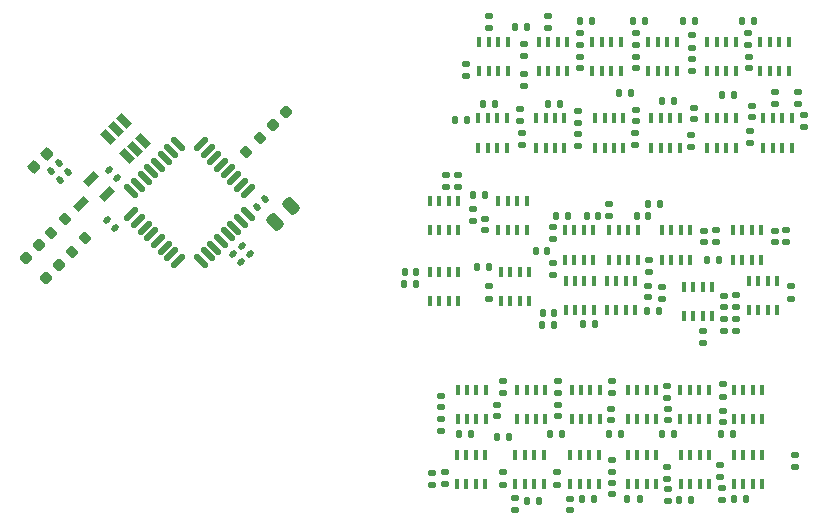
<source format=gbp>
%TF.GenerationSoftware,KiCad,Pcbnew,8.0.5*%
%TF.CreationDate,2024-11-01T13:05:59-07:00*%
%TF.ProjectId,bizcard,62697a63-6172-4642-9e6b-696361645f70,rev?*%
%TF.SameCoordinates,Original*%
%TF.FileFunction,Paste,Bot*%
%TF.FilePolarity,Positive*%
%FSLAX46Y46*%
G04 Gerber Fmt 4.6, Leading zero omitted, Abs format (unit mm)*
G04 Created by KiCad (PCBNEW 8.0.5) date 2024-11-01 13:05:59*
%MOMM*%
%LPD*%
G01*
G04 APERTURE LIST*
G04 Aperture macros list*
%AMRoundRect*
0 Rectangle with rounded corners*
0 $1 Rounding radius*
0 $2 $3 $4 $5 $6 $7 $8 $9 X,Y pos of 4 corners*
0 Add a 4 corners polygon primitive as box body*
4,1,4,$2,$3,$4,$5,$6,$7,$8,$9,$2,$3,0*
0 Add four circle primitives for the rounded corners*
1,1,$1+$1,$2,$3*
1,1,$1+$1,$4,$5*
1,1,$1+$1,$6,$7*
1,1,$1+$1,$8,$9*
0 Add four rect primitives between the rounded corners*
20,1,$1+$1,$2,$3,$4,$5,0*
20,1,$1+$1,$4,$5,$6,$7,0*
20,1,$1+$1,$6,$7,$8,$9,0*
20,1,$1+$1,$8,$9,$2,$3,0*%
%AMRotRect*
0 Rectangle, with rotation*
0 The origin of the aperture is its center*
0 $1 length*
0 $2 width*
0 $3 Rotation angle, in degrees counterclockwise*
0 Add horizontal line*
21,1,$1,$2,0,0,$3*%
G04 Aperture macros list end*
%ADD10RoundRect,0.135000X-0.135000X-0.185000X0.135000X-0.185000X0.135000X0.185000X-0.135000X0.185000X0*%
%ADD11RoundRect,0.140000X-0.170000X0.140000X-0.170000X-0.140000X0.170000X-0.140000X0.170000X0.140000X0*%
%ADD12RoundRect,0.140000X0.170000X-0.140000X0.170000X0.140000X-0.170000X0.140000X-0.170000X-0.140000X0*%
%ADD13RoundRect,0.140000X0.021213X-0.219203X0.219203X-0.021213X-0.021213X0.219203X-0.219203X0.021213X0*%
%ADD14R,0.450000X0.900000*%
%ADD15RoundRect,0.140000X0.140000X0.170000X-0.140000X0.170000X-0.140000X-0.170000X0.140000X-0.170000X0*%
%ADD16RoundRect,0.135000X0.185000X-0.135000X0.185000X0.135000X-0.185000X0.135000X-0.185000X-0.135000X0*%
%ADD17RoundRect,0.135000X-0.185000X0.135000X-0.185000X-0.135000X0.185000X-0.135000X0.185000X0.135000X0*%
%ADD18RoundRect,0.135000X0.135000X0.185000X-0.135000X0.185000X-0.135000X-0.185000X0.135000X-0.185000X0*%
%ADD19RoundRect,0.218750X0.026517X-0.335876X0.335876X-0.026517X-0.026517X0.335876X-0.335876X0.026517X0*%
%ADD20RoundRect,0.250000X0.159099X-0.512652X0.512652X-0.159099X-0.159099X0.512652X-0.512652X0.159099X0*%
%ADD21RoundRect,0.140000X0.219203X0.021213X0.021213X0.219203X-0.219203X-0.021213X-0.021213X-0.219203X0*%
%ADD22RoundRect,0.200000X-0.053033X0.335876X-0.335876X0.053033X0.053033X-0.335876X0.335876X-0.053033X0*%
%ADD23RoundRect,0.125000X0.530330X-0.353553X-0.353553X0.530330X-0.530330X0.353553X0.353553X-0.530330X0*%
%ADD24RoundRect,0.125000X0.530330X0.353553X0.353553X0.530330X-0.530330X-0.353553X-0.353553X-0.530330X0*%
%ADD25RoundRect,0.140000X-0.219203X-0.021213X-0.021213X-0.219203X0.219203X0.021213X0.021213X0.219203X0*%
%ADD26RotRect,0.600000X1.200000X45.000000*%
%ADD27RoundRect,0.218750X-0.026517X0.335876X-0.335876X0.026517X0.026517X-0.335876X0.335876X-0.026517X0*%
%ADD28RotRect,1.300000X0.600000X225.000000*%
%ADD29RoundRect,0.225000X0.017678X-0.335876X0.335876X-0.017678X-0.017678X0.335876X-0.335876X0.017678X0*%
%ADD30RoundRect,0.140000X-0.140000X-0.170000X0.140000X-0.170000X0.140000X0.170000X-0.140000X0.170000X0*%
%ADD31RoundRect,0.200000X0.053033X-0.335876X0.335876X-0.053033X-0.053033X0.335876X-0.335876X0.053033X0*%
G04 APERTURE END LIST*
D10*
%TO.C,R37*%
X112740000Y-82250000D03*
X113760000Y-82250000D03*
%TD*%
D11*
%TO.C,C26*%
X114450000Y-93920000D03*
X114450000Y-94880000D03*
%TD*%
D12*
%TO.C,C12*%
X139950000Y-68400000D03*
X139950000Y-67440000D03*
%TD*%
D13*
%TO.C,C39*%
X77460589Y-74839411D03*
X78139411Y-74160589D03*
%TD*%
D14*
%TO.C,U6*%
X139150000Y-65650000D03*
X138350000Y-65650000D03*
X137550000Y-65650000D03*
X136750000Y-65650000D03*
X136750000Y-63150000D03*
X137550000Y-63150000D03*
X138350000Y-63150000D03*
X139150000Y-63150000D03*
%TD*%
%TO.C,U35*%
X130000000Y-98150000D03*
X130800000Y-98150000D03*
X131600000Y-98150000D03*
X132400000Y-98150000D03*
X132400000Y-100650000D03*
X131600000Y-100650000D03*
X130800000Y-100650000D03*
X130000000Y-100650000D03*
%TD*%
D11*
%TO.C,C2*%
X116700000Y-65920000D03*
X116700000Y-66880000D03*
%TD*%
D12*
%TO.C,C17*%
X131950000Y-80130000D03*
X131950000Y-79170000D03*
%TD*%
D14*
%TO.C,U12*%
X139400000Y-72150000D03*
X138600000Y-72150000D03*
X137800000Y-72150000D03*
X137000000Y-72150000D03*
X137000000Y-69650000D03*
X137800000Y-69650000D03*
X138600000Y-69650000D03*
X139400000Y-69650000D03*
%TD*%
D15*
%TO.C,C16*%
X127230000Y-77900000D03*
X126270000Y-77900000D03*
%TD*%
D16*
%TO.C,R48*%
X134700000Y-87660000D03*
X134700000Y-86640000D03*
%TD*%
D17*
%TO.C,R60*%
X133550000Y-92190000D03*
X133550000Y-93210000D03*
%TD*%
D14*
%TO.C,U21*%
X120250000Y-83400000D03*
X121050000Y-83400000D03*
X121850000Y-83400000D03*
X122650000Y-83400000D03*
X122650000Y-85900000D03*
X121850000Y-85900000D03*
X121050000Y-85900000D03*
X120250000Y-85900000D03*
%TD*%
D18*
%TO.C,R9*%
X131210000Y-61400000D03*
X130190000Y-61400000D03*
%TD*%
D19*
%TO.C,D38*%
X76243153Y-83156847D03*
X77356847Y-82043153D03*
%TD*%
D16*
%TO.C,R78*%
X113800000Y-62010000D03*
X113800000Y-60990000D03*
%TD*%
D12*
%TO.C,C24*%
X134700000Y-85610000D03*
X134700000Y-84650000D03*
%TD*%
D15*
%TO.C,C19*%
X107580000Y-82700000D03*
X106620000Y-82700000D03*
%TD*%
D17*
%TO.C,R58*%
X128850000Y-92340000D03*
X128850000Y-93360000D03*
%TD*%
D14*
%TO.C,U3*%
X124900000Y-65650000D03*
X124100000Y-65650000D03*
X123300000Y-65650000D03*
X122500000Y-65650000D03*
X122500000Y-63150000D03*
X123300000Y-63150000D03*
X124100000Y-63150000D03*
X124900000Y-63150000D03*
%TD*%
D16*
%TO.C,R18*%
X126150000Y-71910000D03*
X126150000Y-70890000D03*
%TD*%
%TO.C,R23*%
X137950000Y-68460000D03*
X137950000Y-67440000D03*
%TD*%
D14*
%TO.C,U8*%
X120150000Y-72150000D03*
X119350000Y-72150000D03*
X118550000Y-72150000D03*
X117750000Y-72150000D03*
X117750000Y-69650000D03*
X118550000Y-69650000D03*
X119350000Y-69650000D03*
X120150000Y-69650000D03*
%TD*%
D11*
%TO.C,C45*%
X111785000Y-65087500D03*
X111785000Y-66047500D03*
%TD*%
D14*
%TO.C,U9*%
X125150000Y-72150000D03*
X124350000Y-72150000D03*
X123550000Y-72150000D03*
X122750000Y-72150000D03*
X122750000Y-69650000D03*
X123550000Y-69650000D03*
X124350000Y-69650000D03*
X125150000Y-69650000D03*
%TD*%
D16*
%TO.C,R31*%
X119200000Y-79910000D03*
X119200000Y-78890000D03*
%TD*%
D18*
%TO.C,R11*%
X136220000Y-61400000D03*
X135200000Y-61400000D03*
%TD*%
D16*
%TO.C,R46*%
X133700000Y-87660000D03*
X133700000Y-86640000D03*
%TD*%
D14*
%TO.C,U16*%
X123950000Y-79150000D03*
X124750000Y-79150000D03*
X125550000Y-79150000D03*
X126350000Y-79150000D03*
X126350000Y-81650000D03*
X125550000Y-81650000D03*
X124750000Y-81650000D03*
X123950000Y-81650000D03*
%TD*%
D16*
%TO.C,R20*%
X130850000Y-72060000D03*
X130850000Y-71040000D03*
%TD*%
D14*
%TO.C,U15*%
X122600000Y-81650000D03*
X121800000Y-81650000D03*
X121000000Y-81650000D03*
X120200000Y-81650000D03*
X120200000Y-79150000D03*
X121000000Y-79150000D03*
X121800000Y-79150000D03*
X122600000Y-79150000D03*
%TD*%
D17*
%TO.C,R67*%
X128850000Y-99140000D03*
X128850000Y-100160000D03*
%TD*%
D20*
%TO.C,C41*%
X95628249Y-78421751D03*
X96971751Y-77078249D03*
%TD*%
D21*
%TO.C,C42*%
X82239411Y-74739411D03*
X81560589Y-74060589D03*
%TD*%
D14*
%TO.C,U10*%
X129900000Y-72150000D03*
X129100000Y-72150000D03*
X128300000Y-72150000D03*
X127500000Y-72150000D03*
X127500000Y-69650000D03*
X128300000Y-69650000D03*
X129100000Y-69650000D03*
X129900000Y-69650000D03*
%TD*%
D18*
%TO.C,R49*%
X112210000Y-96400000D03*
X111190000Y-96400000D03*
%TD*%
D14*
%TO.C,U34*%
X125500000Y-98150000D03*
X126300000Y-98150000D03*
X127100000Y-98150000D03*
X127900000Y-98150000D03*
X127900000Y-100650000D03*
X127100000Y-100650000D03*
X126300000Y-100650000D03*
X125500000Y-100650000D03*
%TD*%
D16*
%TO.C,R16*%
X121300000Y-72010000D03*
X121300000Y-70990000D03*
%TD*%
D22*
%TO.C,R2*%
X79583363Y-79816637D03*
X78416637Y-80983363D03*
%TD*%
D12*
%TO.C,C13*%
X111150000Y-75430000D03*
X111150000Y-74470000D03*
%TD*%
D16*
%TO.C,R47*%
X139300000Y-84910000D03*
X139300000Y-83890000D03*
%TD*%
D15*
%TO.C,C21*%
X119280000Y-86150000D03*
X118320000Y-86150000D03*
%TD*%
D11*
%TO.C,C8*%
X121300000Y-69070000D03*
X121300000Y-70030000D03*
%TD*%
D12*
%TO.C,C31*%
X108900000Y-100660000D03*
X108900000Y-99700000D03*
%TD*%
D11*
%TO.C,C4*%
X126200000Y-64420000D03*
X126200000Y-65380000D03*
%TD*%
D17*
%TO.C,R28*%
X112450000Y-77290000D03*
X112450000Y-78310000D03*
%TD*%
D13*
%TO.C,C37*%
X76721178Y-74078822D03*
X77400000Y-73400000D03*
%TD*%
D12*
%TO.C,C18*%
X137950000Y-80130000D03*
X137950000Y-79170000D03*
%TD*%
D10*
%TO.C,R17*%
X124740000Y-67550000D03*
X125760000Y-67550000D03*
%TD*%
D11*
%TO.C,C34*%
X124200000Y-100520000D03*
X124200000Y-101480000D03*
%TD*%
%TO.C,C6*%
X135750000Y-64470000D03*
X135750000Y-65430000D03*
%TD*%
D14*
%TO.C,U26*%
X116147500Y-92650000D03*
X116947500Y-92650000D03*
X117747500Y-92650000D03*
X118547500Y-92650000D03*
X118547500Y-95150000D03*
X117747500Y-95150000D03*
X116947500Y-95150000D03*
X116147500Y-95150000D03*
%TD*%
%TO.C,U38*%
X115337500Y-65650000D03*
X114537500Y-65650000D03*
X113737500Y-65650000D03*
X112937500Y-65650000D03*
X112937500Y-63150000D03*
X113737500Y-63150000D03*
X114537500Y-63150000D03*
X115337500Y-63150000D03*
%TD*%
D11*
%TO.C,C35*%
X128900000Y-101070000D03*
X128900000Y-102030000D03*
%TD*%
D23*
%TO.C,U37*%
X93332070Y-77772272D03*
X92766384Y-78337957D03*
X92200699Y-78903643D03*
X91635014Y-79469328D03*
X91069328Y-80035014D03*
X90503643Y-80600699D03*
X89937957Y-81166384D03*
X89372272Y-81732070D03*
D24*
X87427728Y-81732070D03*
X86862043Y-81166384D03*
X86296357Y-80600699D03*
X85730672Y-80035014D03*
X85164986Y-79469328D03*
X84599301Y-78903643D03*
X84033616Y-78337957D03*
X83467930Y-77772272D03*
D23*
X83467930Y-75827728D03*
X84033616Y-75262043D03*
X84599301Y-74696357D03*
X85164986Y-74130672D03*
X85730672Y-73564986D03*
X86296357Y-72999301D03*
X86862043Y-72433616D03*
X87427728Y-71867930D03*
D24*
X89372272Y-71867930D03*
X89937957Y-72433616D03*
X90503643Y-72999301D03*
X91069328Y-73564986D03*
X91635014Y-74130672D03*
X92200699Y-74696357D03*
X92766384Y-75262043D03*
X93332070Y-75827728D03*
%TD*%
D17*
%TO.C,R36*%
X138950000Y-79140000D03*
X138950000Y-80160000D03*
%TD*%
D14*
%TO.C,U13*%
X111150000Y-79150000D03*
X110350000Y-79150000D03*
X109550000Y-79150000D03*
X108750000Y-79150000D03*
X108750000Y-76650000D03*
X109550000Y-76650000D03*
X110350000Y-76650000D03*
X111150000Y-76650000D03*
%TD*%
D25*
%TO.C,C1*%
X92860589Y-80460589D03*
X93539411Y-81139411D03*
%TD*%
D11*
%TO.C,C30*%
X133550000Y-94420000D03*
X133550000Y-95380000D03*
%TD*%
D16*
%TO.C,R40*%
X119200000Y-82900000D03*
X119200000Y-81880000D03*
%TD*%
D18*
%TO.C,R79*%
X116960000Y-61900000D03*
X115940000Y-61900000D03*
%TD*%
D14*
%TO.C,U19*%
X111150000Y-85150000D03*
X110350000Y-85150000D03*
X109550000Y-85150000D03*
X108750000Y-85150000D03*
X108750000Y-82650000D03*
X109550000Y-82650000D03*
X110350000Y-82650000D03*
X111150000Y-82650000D03*
%TD*%
D12*
%TO.C,C23*%
X133700000Y-85630000D03*
X133700000Y-84670000D03*
%TD*%
D16*
%TO.C,R71*%
X139650000Y-99210000D03*
X139650000Y-98190000D03*
%TD*%
D26*
%TO.C,D37*%
X81515076Y-71258579D03*
X82186827Y-70586827D03*
X82858579Y-69915076D03*
X84484924Y-71541421D03*
X83813173Y-72213173D03*
X83141421Y-72884924D03*
%TD*%
D18*
%TO.C,R68*%
X126510000Y-101900000D03*
X125490000Y-101900000D03*
%TD*%
D11*
%TO.C,C32*%
X115950000Y-101820000D03*
X115950000Y-102780000D03*
%TD*%
D10*
%TO.C,R15*%
X118790000Y-68450000D03*
X119810000Y-68450000D03*
%TD*%
D27*
%TO.C,D39*%
X96556847Y-69143153D03*
X95443153Y-70256847D03*
%TD*%
D17*
%TO.C,R65*%
X124200000Y-98590000D03*
X124200000Y-99610000D03*
%TD*%
%TO.C,R54*%
X119600000Y-91890000D03*
X119600000Y-92910000D03*
%TD*%
D12*
%TO.C,C22*%
X127200000Y-84780000D03*
X127200000Y-83820000D03*
%TD*%
D11*
%TO.C,C11*%
X136050000Y-68620000D03*
X136050000Y-69580000D03*
%TD*%
D18*
%TO.C,R27*%
X113460000Y-76150000D03*
X112440000Y-76150000D03*
%TD*%
D14*
%TO.C,U36*%
X134500000Y-98150000D03*
X135300000Y-98150000D03*
X136100000Y-98150000D03*
X136900000Y-98150000D03*
X136900000Y-100650000D03*
X136100000Y-100650000D03*
X135300000Y-100650000D03*
X134500000Y-100650000D03*
%TD*%
D16*
%TO.C,R24*%
X140450000Y-70420000D03*
X140450000Y-69400000D03*
%TD*%
D17*
%TO.C,R30*%
X123950000Y-76940000D03*
X123950000Y-77960000D03*
%TD*%
D14*
%TO.C,U25*%
X111102500Y-92650000D03*
X111902500Y-92650000D03*
X112702500Y-92650000D03*
X113502500Y-92650000D03*
X113502500Y-95150000D03*
X112702500Y-95150000D03*
X111902500Y-95150000D03*
X111102500Y-95150000D03*
%TD*%
D17*
%TO.C,R26*%
X110150000Y-74440000D03*
X110150000Y-75460000D03*
%TD*%
D14*
%TO.C,U24*%
X135750000Y-83400000D03*
X136550000Y-83400000D03*
X137350000Y-83400000D03*
X138150000Y-83400000D03*
X138150000Y-85900000D03*
X137350000Y-85900000D03*
X136550000Y-85900000D03*
X135750000Y-85900000D03*
%TD*%
D28*
%TO.C,U1*%
X80056497Y-74756497D03*
X81400000Y-76100000D03*
X79243324Y-76913173D03*
%TD*%
D18*
%TO.C,R57*%
X129460000Y-96400000D03*
X128440000Y-96400000D03*
%TD*%
D15*
%TO.C,C15*%
X123010000Y-77950000D03*
X122050000Y-77950000D03*
%TD*%
D14*
%TO.C,U31*%
X111040000Y-98150000D03*
X111840000Y-98150000D03*
X112640000Y-98150000D03*
X113440000Y-98150000D03*
X113440000Y-100650000D03*
X112640000Y-100650000D03*
X111840000Y-100650000D03*
X111040000Y-100650000D03*
%TD*%
%TO.C,U18*%
X134397500Y-79150000D03*
X135197500Y-79150000D03*
X135997500Y-79150000D03*
X136797500Y-79150000D03*
X136797500Y-81650000D03*
X135997500Y-81650000D03*
X135197500Y-81650000D03*
X134397500Y-81650000D03*
%TD*%
%TO.C,U17*%
X128400000Y-79150000D03*
X129200000Y-79150000D03*
X130000000Y-79150000D03*
X130800000Y-79150000D03*
X130800000Y-81650000D03*
X130000000Y-81650000D03*
X129200000Y-81650000D03*
X128400000Y-81650000D03*
%TD*%
D16*
%TO.C,R14*%
X116550000Y-71910000D03*
X116550000Y-70890000D03*
%TD*%
D10*
%TO.C,R25*%
X110890000Y-69800000D03*
X111910000Y-69800000D03*
%TD*%
D14*
%TO.C,U30*%
X134500000Y-92650000D03*
X135300000Y-92650000D03*
X136100000Y-92650000D03*
X136900000Y-92650000D03*
X136900000Y-95150000D03*
X136100000Y-95150000D03*
X135300000Y-95150000D03*
X134500000Y-95150000D03*
%TD*%
D16*
%TO.C,R3*%
X118750000Y-62010000D03*
X118750000Y-60990000D03*
%TD*%
D18*
%TO.C,R66*%
X122620000Y-101850000D03*
X121600000Y-101850000D03*
%TD*%
%TO.C,R55*%
X124960000Y-96400000D03*
X123940000Y-96400000D03*
%TD*%
%TO.C,R32*%
X128210000Y-76950000D03*
X127190000Y-76950000D03*
%TD*%
D16*
%TO.C,R22*%
X135850000Y-71710000D03*
X135850000Y-70690000D03*
%TD*%
D12*
%TO.C,C25*%
X109700000Y-94130000D03*
X109700000Y-93170000D03*
%TD*%
D18*
%TO.C,R29*%
X120460000Y-77900000D03*
X119440000Y-77900000D03*
%TD*%
%TO.C,R59*%
X134460000Y-96400000D03*
X133440000Y-96400000D03*
%TD*%
D17*
%TO.C,R34*%
X132950000Y-79130000D03*
X132950000Y-80150000D03*
%TD*%
%TO.C,R8*%
X126200000Y-62390000D03*
X126200000Y-63410000D03*
%TD*%
D14*
%TO.C,U4*%
X129650000Y-65650000D03*
X128850000Y-65650000D03*
X128050000Y-65650000D03*
X127250000Y-65650000D03*
X127250000Y-63150000D03*
X128050000Y-63150000D03*
X128850000Y-63150000D03*
X129650000Y-63150000D03*
%TD*%
%TO.C,U27*%
X120750000Y-92650000D03*
X121550000Y-92650000D03*
X122350000Y-92650000D03*
X123150000Y-92650000D03*
X123150000Y-95150000D03*
X122350000Y-95150000D03*
X121550000Y-95150000D03*
X120750000Y-95150000D03*
%TD*%
D29*
%TO.C,C44*%
X75251992Y-73748008D03*
X76348008Y-72651992D03*
%TD*%
D30*
%TO.C,C20*%
X117720000Y-80900000D03*
X118680000Y-80900000D03*
%TD*%
D14*
%TO.C,U33*%
X120647500Y-98150000D03*
X121447500Y-98150000D03*
X122247500Y-98150000D03*
X123047500Y-98150000D03*
X123047500Y-100650000D03*
X122247500Y-100650000D03*
X121447500Y-100650000D03*
X120647500Y-100650000D03*
%TD*%
D16*
%TO.C,R63*%
X119550000Y-100660000D03*
X119550000Y-99640000D03*
%TD*%
D11*
%TO.C,C5*%
X130950000Y-64670000D03*
X130950000Y-65630000D03*
%TD*%
D14*
%TO.C,U20*%
X117150000Y-85150000D03*
X116350000Y-85150000D03*
X115550000Y-85150000D03*
X114750000Y-85150000D03*
X114750000Y-82650000D03*
X115550000Y-82650000D03*
X116350000Y-82650000D03*
X117150000Y-82650000D03*
%TD*%
D18*
%TO.C,R72*%
X135510000Y-101850000D03*
X134490000Y-101850000D03*
%TD*%
D14*
%TO.C,U5*%
X134650000Y-65650000D03*
X133850000Y-65650000D03*
X133050000Y-65650000D03*
X132250000Y-65650000D03*
X132250000Y-63150000D03*
X133050000Y-63150000D03*
X133850000Y-63150000D03*
X134650000Y-63150000D03*
%TD*%
D11*
%TO.C,C9*%
X126200000Y-68920000D03*
X126200000Y-69880000D03*
%TD*%
D14*
%TO.C,U14*%
X116950000Y-79150000D03*
X116150000Y-79150000D03*
X115350000Y-79150000D03*
X114550000Y-79150000D03*
X114550000Y-76650000D03*
X115350000Y-76650000D03*
X116150000Y-76650000D03*
X116950000Y-76650000D03*
%TD*%
D17*
%TO.C,R56*%
X124200000Y-91890000D03*
X124200000Y-92910000D03*
%TD*%
D19*
%TO.C,D2*%
X74586306Y-81513694D03*
X75700000Y-80400000D03*
%TD*%
D14*
%TO.C,U28*%
X125500000Y-92650000D03*
X126300000Y-92650000D03*
X127100000Y-92650000D03*
X127900000Y-92650000D03*
X127900000Y-95150000D03*
X127100000Y-95150000D03*
X126300000Y-95150000D03*
X125500000Y-95150000D03*
%TD*%
D18*
%TO.C,R53*%
X119970000Y-96400000D03*
X118950000Y-96400000D03*
%TD*%
%TO.C,R70*%
X130860000Y-102000000D03*
X129840000Y-102000000D03*
%TD*%
D11*
%TO.C,C7*%
X116400000Y-68900000D03*
X116400000Y-69860000D03*
%TD*%
D10*
%TO.C,R13*%
X113290000Y-68450000D03*
X114310000Y-68450000D03*
%TD*%
D17*
%TO.C,R33*%
X127300000Y-81640000D03*
X127300000Y-82660000D03*
%TD*%
D14*
%TO.C,U22*%
X123750000Y-83400000D03*
X124550000Y-83400000D03*
X125350000Y-83400000D03*
X126150000Y-83400000D03*
X126150000Y-85900000D03*
X125350000Y-85900000D03*
X124550000Y-85900000D03*
X123750000Y-85900000D03*
%TD*%
%TO.C,U2*%
X120400000Y-65650000D03*
X119600000Y-65650000D03*
X118800000Y-65650000D03*
X118000000Y-65650000D03*
X118000000Y-63150000D03*
X118800000Y-63150000D03*
X119600000Y-63150000D03*
X120400000Y-63150000D03*
%TD*%
D31*
%TO.C,R73*%
X93216637Y-72483363D03*
X94383363Y-71316637D03*
%TD*%
D11*
%TO.C,C27*%
X119600000Y-93920000D03*
X119600000Y-94880000D03*
%TD*%
D14*
%TO.C,U7*%
X115252500Y-72150000D03*
X114452500Y-72150000D03*
X113652500Y-72150000D03*
X112852500Y-72150000D03*
X112852500Y-69650000D03*
X113652500Y-69650000D03*
X114452500Y-69650000D03*
X115252500Y-69650000D03*
%TD*%
%TO.C,U29*%
X129950000Y-92650000D03*
X130750000Y-92650000D03*
X131550000Y-92650000D03*
X132350000Y-92650000D03*
X132350000Y-95150000D03*
X131550000Y-95150000D03*
X130750000Y-95150000D03*
X129950000Y-95150000D03*
%TD*%
D17*
%TO.C,R4*%
X116700000Y-63390000D03*
X116700000Y-64410000D03*
%TD*%
D11*
%TO.C,C36*%
X133450000Y-100970000D03*
X133450000Y-101930000D03*
%TD*%
D10*
%TO.C,R43*%
X127140000Y-85950000D03*
X128160000Y-85950000D03*
%TD*%
D22*
%TO.C,R1*%
X77883363Y-78216637D03*
X76716637Y-79383363D03*
%TD*%
D10*
%TO.C,R42*%
X118240000Y-87150000D03*
X119260000Y-87150000D03*
%TD*%
D25*
%TO.C,C43*%
X92060589Y-81160589D03*
X92739411Y-81839411D03*
%TD*%
D17*
%TO.C,R39*%
X113750000Y-83890000D03*
X113750000Y-84910000D03*
%TD*%
D11*
%TO.C,C14*%
X113450000Y-78150000D03*
X113450000Y-79110000D03*
%TD*%
D16*
%TO.C,R61*%
X114950000Y-100660000D03*
X114950000Y-99640000D03*
%TD*%
D17*
%TO.C,R10*%
X130950000Y-62640000D03*
X130950000Y-63660000D03*
%TD*%
D11*
%TO.C,C3*%
X121500000Y-64420000D03*
X121500000Y-65380000D03*
%TD*%
D16*
%TO.C,R50*%
X109700000Y-96160000D03*
X109700000Y-95140000D03*
%TD*%
D11*
%TO.C,C33*%
X120650000Y-101870000D03*
X120650000Y-102830000D03*
%TD*%
D17*
%TO.C,R44*%
X128400000Y-83940000D03*
X128400000Y-84960000D03*
%TD*%
%TO.C,R45*%
X131900000Y-87640000D03*
X131900000Y-88660000D03*
%TD*%
D14*
%TO.C,U11*%
X134650000Y-72150000D03*
X133850000Y-72150000D03*
X133050000Y-72150000D03*
X132250000Y-72150000D03*
X132250000Y-69650000D03*
X133050000Y-69650000D03*
X133850000Y-69650000D03*
X134650000Y-69650000D03*
%TD*%
D18*
%TO.C,R7*%
X126960000Y-61400000D03*
X125940000Y-61400000D03*
%TD*%
D10*
%TO.C,R19*%
X128390000Y-68200000D03*
X129410000Y-68200000D03*
%TD*%
D12*
%TO.C,C28*%
X124100000Y-95230000D03*
X124100000Y-94270000D03*
%TD*%
%TO.C,C29*%
X128950000Y-95230000D03*
X128950000Y-94270000D03*
%TD*%
D17*
%TO.C,R52*%
X114950000Y-91880000D03*
X114950000Y-92900000D03*
%TD*%
D18*
%TO.C,R5*%
X122460000Y-61400000D03*
X121440000Y-61400000D03*
%TD*%
D13*
%TO.C,C40*%
X94110589Y-77139411D03*
X94789411Y-76460589D03*
%TD*%
D10*
%TO.C,R21*%
X133490000Y-67700000D03*
X134510000Y-67700000D03*
%TD*%
D18*
%TO.C,R64*%
X117960000Y-102050000D03*
X116940000Y-102050000D03*
%TD*%
D10*
%TO.C,R38*%
X106590000Y-83700000D03*
X107610000Y-83700000D03*
%TD*%
%TO.C,R41*%
X121740000Y-87100000D03*
X122760000Y-87100000D03*
%TD*%
D14*
%TO.C,U32*%
X116000000Y-98150000D03*
X116800000Y-98150000D03*
X117600000Y-98150000D03*
X118400000Y-98150000D03*
X118400000Y-100650000D03*
X117600000Y-100650000D03*
X116800000Y-100650000D03*
X116000000Y-100650000D03*
%TD*%
D18*
%TO.C,R35*%
X133210000Y-81650000D03*
X132190000Y-81650000D03*
%TD*%
D11*
%TO.C,C10*%
X131100000Y-68770000D03*
X131100000Y-69730000D03*
%TD*%
D17*
%TO.C,R62*%
X110000000Y-99630000D03*
X110000000Y-100650000D03*
%TD*%
D25*
%TO.C,C38*%
X81460589Y-78260589D03*
X82139411Y-78939411D03*
%TD*%
D14*
%TO.C,U23*%
X130250000Y-83900000D03*
X131050000Y-83900000D03*
X131850000Y-83900000D03*
X132650000Y-83900000D03*
X132650000Y-86400000D03*
X131850000Y-86400000D03*
X131050000Y-86400000D03*
X130250000Y-86400000D03*
%TD*%
D17*
%TO.C,R12*%
X135700000Y-62390000D03*
X135700000Y-63410000D03*
%TD*%
%TO.C,R6*%
X121450000Y-62390000D03*
X121450000Y-63410000D03*
%TD*%
D18*
%TO.C,R51*%
X115460000Y-96650000D03*
X114440000Y-96650000D03*
%TD*%
D17*
%TO.C,R69*%
X133350000Y-99040000D03*
X133350000Y-100060000D03*
%TD*%
M02*

</source>
